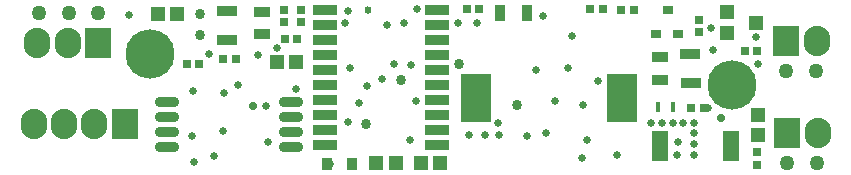
<source format=gts>
G04*
G04 #@! TF.GenerationSoftware,Altium Limited,Altium Designer,22.6.1 (34)*
G04*
G04 Layer_Color=8388736*
%FSLAX44Y44*%
%MOMM*%
G71*
G04*
G04 #@! TF.SameCoordinates,33BF7DE0-2247-4683-9E98-F91A82CD5A39*
G04*
G04*
G04 #@! TF.FilePolarity,Negative*
G04*
G01*
G75*
%ADD33R,1.4640X2.5640*%
%ADD34R,1.2640X1.2640*%
%ADD35R,1.2640X1.2640*%
%ADD36R,2.5640X4.1640*%
%ADD37R,0.8140X0.7640*%
%ADD38R,1.7640X0.9140*%
%ADD39R,0.6640X0.6640*%
%ADD40R,0.6640X0.6640*%
%ADD41R,1.3640X0.9640*%
%ADD42R,0.7640X0.7640*%
%ADD43R,0.7640X0.7640*%
%ADD44R,0.9640X1.3640*%
%ADD45R,0.9640X1.0640*%
%ADD46R,1.1640X1.1640*%
%ADD47O,2.0640X0.8640*%
%ADD48R,0.4640X0.9640*%
%ADD49R,2.1140X0.8140*%
%ADD50R,2.2640X2.5640*%
%ADD51O,2.2640X2.5640*%
%ADD52C,1.2640*%
%ADD53C,4.1640*%
%ADD54C,0.6640*%
%ADD55C,0.6240*%
%ADD56C,0.8640*%
%ADD57C,0.7032*%
D33*
X1381000Y899000D02*
D03*
X1441000D02*
D03*
D34*
X1056750Y970000D02*
D03*
X1073250D02*
D03*
X1195250Y884250D02*
D03*
X1178750D02*
D03*
X1140750Y884500D02*
D03*
X1157250D02*
D03*
X972500Y1010750D02*
D03*
X956000D02*
D03*
D35*
X1463750Y908250D02*
D03*
Y924750D02*
D03*
D36*
X1349000Y939000D02*
D03*
X1225000D02*
D03*
D37*
X1396500Y993750D02*
D03*
X1377500D02*
D03*
X1387500Y1013750D02*
D03*
D38*
X1014500Y1013000D02*
D03*
X1014754Y988296D02*
D03*
X1407000Y952000D02*
D03*
X1406746Y976704D02*
D03*
D39*
X1414000Y1005000D02*
D03*
Y995000D02*
D03*
X1077000Y1014000D02*
D03*
Y1004000D02*
D03*
X1063000Y1014000D02*
D03*
Y1004000D02*
D03*
D40*
X1074000Y989250D02*
D03*
X1064000D02*
D03*
X980500Y968250D02*
D03*
X990500D02*
D03*
X1218000Y1015000D02*
D03*
X1228000D02*
D03*
D41*
X1381250Y974000D02*
D03*
Y955000D02*
D03*
X1044000Y1012500D02*
D03*
Y993500D02*
D03*
D42*
X1463500Y882412D02*
D03*
Y893250D02*
D03*
D43*
X1407162Y931000D02*
D03*
X1418000D02*
D03*
X1358750Y1013750D02*
D03*
X1348000D02*
D03*
X1332750Y1015000D02*
D03*
X1322000D02*
D03*
X1011000Y972000D02*
D03*
X1021750D02*
D03*
X1453000Y979000D02*
D03*
X1463500D02*
D03*
D44*
X1245640Y1011000D02*
D03*
X1268500D02*
D03*
D45*
X1120000Y883750D02*
D03*
X1099000D02*
D03*
D46*
X1438000Y1012000D02*
D03*
Y994500D02*
D03*
X1462000Y1003250D02*
D03*
D47*
X1068500Y897950D02*
D03*
Y910650D02*
D03*
Y923350D02*
D03*
Y936050D02*
D03*
X963500D02*
D03*
Y923350D02*
D03*
Y910650D02*
D03*
Y897950D02*
D03*
D48*
X1392500Y932000D02*
D03*
X1379500D02*
D03*
D49*
X1192000Y1013750D02*
D03*
Y1001050D02*
D03*
Y988350D02*
D03*
Y975650D02*
D03*
Y962950D02*
D03*
Y950250D02*
D03*
Y937550D02*
D03*
Y924850D02*
D03*
Y912150D02*
D03*
Y899450D02*
D03*
X1097500D02*
D03*
Y912150D02*
D03*
Y924850D02*
D03*
Y937550D02*
D03*
Y950250D02*
D03*
Y962950D02*
D03*
Y975650D02*
D03*
Y988350D02*
D03*
Y1001050D02*
D03*
Y1013750D02*
D03*
D50*
X927762Y917000D02*
D03*
X905400Y986000D02*
D03*
X1488000Y988000D02*
D03*
X1489000Y909400D02*
D03*
D51*
X902108Y917000D02*
D03*
X876454D02*
D03*
X850800D02*
D03*
X853584Y986000D02*
D03*
X879492D02*
D03*
X1513654Y988000D02*
D03*
X1514654Y909400D02*
D03*
D52*
X855000Y1011400D02*
D03*
X905400D02*
D03*
X880400D02*
D03*
X1488000Y962600D02*
D03*
X1513000D02*
D03*
X1489000Y884000D02*
D03*
X1514000D02*
D03*
D53*
X1442000Y950000D02*
D03*
X949000Y977000D02*
D03*
D54*
X980500Y968250D02*
D03*
X999500Y976750D02*
D03*
X1307000Y992000D02*
D03*
X1057000Y981750D02*
D03*
X1024000Y950218D02*
D03*
X1395750Y891250D02*
D03*
X1396500Y901750D02*
D03*
X1373750Y918500D02*
D03*
X1382750D02*
D03*
X1391750D02*
D03*
X1400750D02*
D03*
X1409750Y891500D02*
D03*
Y900500D02*
D03*
Y909500D02*
D03*
Y918500D02*
D03*
X1049250Y901750D02*
D03*
X986000Y945250D02*
D03*
X931750Y1010000D02*
D03*
X1150250Y1000750D02*
D03*
X1164500Y1003250D02*
D03*
X1116750Y1013000D02*
D03*
X1114500Y1002750D02*
D03*
X1175250Y1014500D02*
D03*
X1145750Y955500D02*
D03*
X1133000Y949750D02*
D03*
X1118250Y965000D02*
D03*
X1126521Y935298D02*
D03*
X1156250Y968250D02*
D03*
X1174250Y936500D02*
D03*
X1421500Y930750D02*
D03*
X1219750Y907630D02*
D03*
X1232722D02*
D03*
X1073000Y946750D02*
D03*
X1116750Y918750D02*
D03*
X1226500Y1002750D02*
D03*
X1424250Y998750D02*
D03*
X1169250Y903940D02*
D03*
X1170164Y967086D02*
D03*
X1244250Y918000D02*
D03*
X1303000Y965000D02*
D03*
X1244614Y907990D02*
D03*
X1101750Y883750D02*
D03*
X1268250Y907500D02*
D03*
X1284750Y909500D02*
D03*
X1464000Y908750D02*
D03*
X1463500Y882412D02*
D03*
X1210077Y1003081D02*
D03*
X1218000Y1015000D02*
D03*
X986500Y885000D02*
D03*
X1381250Y955000D02*
D03*
X1047500Y932250D02*
D03*
X1346750Y941750D02*
D03*
X1003182Y889992D02*
D03*
X984750Y907250D02*
D03*
X1011250Y911500D02*
D03*
X1315971Y933500D02*
D03*
X1319056Y904020D02*
D03*
X1407000Y952000D02*
D03*
X1444250Y906000D02*
D03*
X1315221Y888500D02*
D03*
X1344676Y891032D02*
D03*
X1464000Y968000D02*
D03*
X1041000Y976000D02*
D03*
X1292000Y937000D02*
D03*
X1276000Y963000D02*
D03*
X1282000Y1009000D02*
D03*
X1329000Y954024D02*
D03*
X1011680Y943380D02*
D03*
X1462000Y990900D02*
D03*
X1426000Y980000D02*
D03*
D55*
X1134250Y1013500D02*
D03*
D56*
X1161430Y954820D02*
D03*
X1132000Y917310D02*
D03*
X991750Y1010750D02*
D03*
Y992500D02*
D03*
X1260000Y933500D02*
D03*
X1211250Y967750D02*
D03*
D57*
X1036750Y932440D02*
D03*
X1432750Y922000D02*
D03*
M02*

</source>
